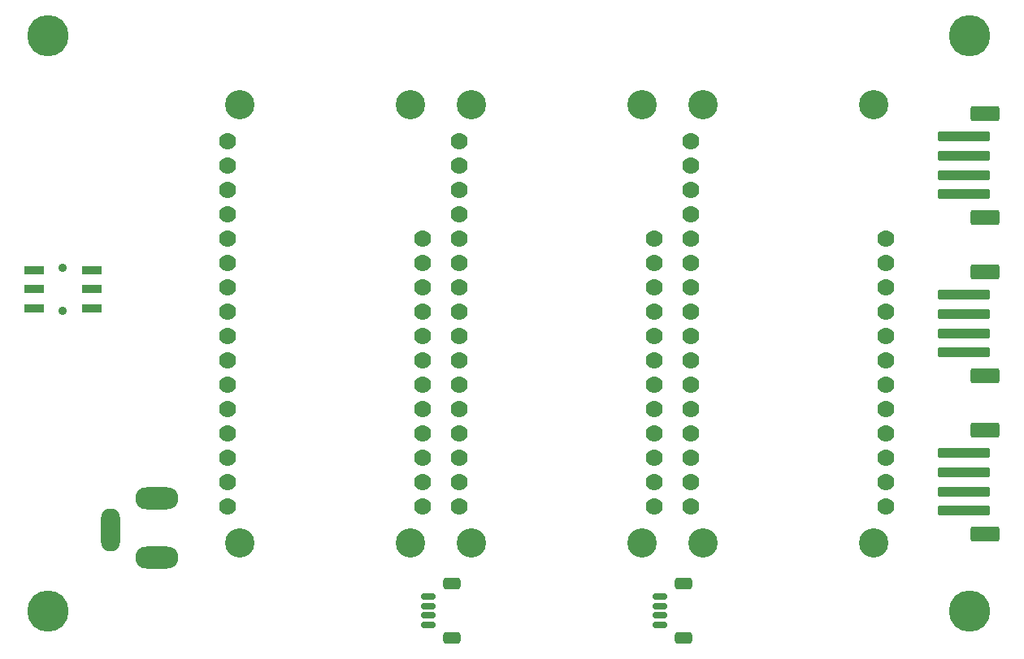
<source format=gbr>
%TF.GenerationSoftware,KiCad,Pcbnew,7.0.10-7.0.10~ubuntu22.04.1*%
%TF.CreationDate,2024-08-19T10:48:18-07:00*%
%TF.ProjectId,iorodeo_feather_tripler_enc1,696f726f-6465-46f5-9f66-656174686572,rev?*%
%TF.SameCoordinates,Original*%
%TF.FileFunction,Soldermask,Top*%
%TF.FilePolarity,Negative*%
%FSLAX46Y46*%
G04 Gerber Fmt 4.6, Leading zero omitted, Abs format (unit mm)*
G04 Created by KiCad (PCBNEW 7.0.10-7.0.10~ubuntu22.04.1) date 2024-08-19 10:48:18*
%MOMM*%
%LPD*%
G01*
G04 APERTURE LIST*
G04 Aperture macros list*
%AMRoundRect*
0 Rectangle with rounded corners*
0 $1 Rounding radius*
0 $2 $3 $4 $5 $6 $7 $8 $9 X,Y pos of 4 corners*
0 Add a 4 corners polygon primitive as box body*
4,1,4,$2,$3,$4,$5,$6,$7,$8,$9,$2,$3,0*
0 Add four circle primitives for the rounded corners*
1,1,$1+$1,$2,$3*
1,1,$1+$1,$4,$5*
1,1,$1+$1,$6,$7*
1,1,$1+$1,$8,$9*
0 Add four rect primitives between the rounded corners*
20,1,$1+$1,$2,$3,$4,$5,0*
20,1,$1+$1,$4,$5,$6,$7,0*
20,1,$1+$1,$6,$7,$8,$9,0*
20,1,$1+$1,$8,$9,$2,$3,0*%
G04 Aperture macros list end*
%ADD10RoundRect,0.250000X-2.500000X0.250000X-2.500000X-0.250000X2.500000X-0.250000X2.500000X0.250000X0*%
%ADD11RoundRect,0.250000X-1.250000X0.550000X-1.250000X-0.550000X1.250000X-0.550000X1.250000X0.550000X0*%
%ADD12C,0.900000*%
%ADD13R,2.000000X0.900000*%
%ADD14C,4.300000*%
%ADD15O,4.500000X2.300000*%
%ADD16O,2.000000X4.500000*%
%ADD17C,3.048000*%
%ADD18C,1.778000*%
%ADD19RoundRect,0.150000X-0.625000X0.150000X-0.625000X-0.150000X0.625000X-0.150000X0.625000X0.150000X0*%
%ADD20RoundRect,0.250000X-0.650000X0.350000X-0.650000X-0.350000X0.650000X-0.350000X0.650000X0.350000X0*%
G04 APERTURE END LIST*
D10*
%TO.C,J4*%
X146162000Y-94307400D03*
X146162000Y-96307400D03*
X146162000Y-98307400D03*
X146162000Y-100307400D03*
D11*
X148412000Y-102707400D03*
X148412000Y-91907400D03*
%TD*%
D10*
%TO.C,J3*%
X146162000Y-77797400D03*
X146162000Y-79797400D03*
X146162000Y-81797400D03*
X146162000Y-83797400D03*
D11*
X148412000Y-86197400D03*
X148412000Y-75397400D03*
%TD*%
D10*
%TO.C,J2*%
X146162000Y-61287400D03*
X146162000Y-63287400D03*
X146162000Y-65287400D03*
X146162000Y-67287400D03*
D11*
X148412000Y-69687400D03*
X148412000Y-58887400D03*
%TD*%
D12*
%TO.C,SW1*%
X52324000Y-79466000D03*
X52324000Y-74966000D03*
D13*
X49324000Y-79216000D03*
X49324000Y-77216000D03*
X49324000Y-75216000D03*
X55324000Y-79216000D03*
X55324000Y-77216000D03*
X55324000Y-75216000D03*
%TD*%
D14*
%TO.C,M2*%
X146812000Y-50800000D03*
%TD*%
D15*
%TO.C,J1*%
X62086300Y-105239700D03*
X62086300Y-99039700D03*
D16*
X57286300Y-102289700D03*
%TD*%
D17*
%TO.C,U1*%
X88519000Y-103657400D03*
X88519000Y-57937400D03*
X70739000Y-103657400D03*
X70739000Y-57937400D03*
D18*
X89789000Y-99847400D03*
X89789000Y-97307400D03*
X89789000Y-94767400D03*
X89789000Y-92227400D03*
X89789000Y-89687400D03*
X89789000Y-87147400D03*
X89789000Y-84607400D03*
X89789000Y-82067400D03*
X89789000Y-79527400D03*
X89789000Y-76987400D03*
X89789000Y-74447400D03*
X89789000Y-71907400D03*
X69469000Y-61747400D03*
X69469000Y-64287400D03*
X69469000Y-66827400D03*
X69469000Y-69367400D03*
X69469000Y-71907400D03*
X69469000Y-74447400D03*
X69469000Y-76987400D03*
X69469000Y-79527400D03*
X69469000Y-82067400D03*
X69469000Y-84607400D03*
X69469000Y-87147400D03*
X69469000Y-89687400D03*
X69469000Y-92227400D03*
X69469000Y-94767400D03*
X69469000Y-97307400D03*
X69469000Y-99847400D03*
%TD*%
D17*
%TO.C,U3*%
X136779000Y-103657400D03*
X136779000Y-57937400D03*
X118999000Y-103657400D03*
X118999000Y-57937400D03*
D18*
X138049000Y-99847400D03*
X138049000Y-97307400D03*
X138049000Y-94767400D03*
X138049000Y-92227400D03*
X138049000Y-89687400D03*
X138049000Y-87147400D03*
X138049000Y-84607400D03*
X138049000Y-82067400D03*
X138049000Y-79527400D03*
X138049000Y-76987400D03*
X138049000Y-74447400D03*
X138049000Y-71907400D03*
X117729000Y-61747400D03*
X117729000Y-64287400D03*
X117729000Y-66827400D03*
X117729000Y-69367400D03*
X117729000Y-71907400D03*
X117729000Y-74447400D03*
X117729000Y-76987400D03*
X117729000Y-79527400D03*
X117729000Y-82067400D03*
X117729000Y-84607400D03*
X117729000Y-87147400D03*
X117729000Y-89687400D03*
X117729000Y-92227400D03*
X117729000Y-94767400D03*
X117729000Y-97307400D03*
X117729000Y-99847400D03*
%TD*%
D17*
%TO.C,U2*%
X112649000Y-103657400D03*
X112649000Y-57937400D03*
X94869000Y-103657400D03*
X94869000Y-57937400D03*
D18*
X113919000Y-99847400D03*
X113919000Y-97307400D03*
X113919000Y-94767400D03*
X113919000Y-92227400D03*
X113919000Y-89687400D03*
X113919000Y-87147400D03*
X113919000Y-84607400D03*
X113919000Y-82067400D03*
X113919000Y-79527400D03*
X113919000Y-76987400D03*
X113919000Y-74447400D03*
X113919000Y-71907400D03*
X93599000Y-61747400D03*
X93599000Y-64287400D03*
X93599000Y-66827400D03*
X93599000Y-69367400D03*
X93599000Y-71907400D03*
X93599000Y-74447400D03*
X93599000Y-76987400D03*
X93599000Y-79527400D03*
X93599000Y-82067400D03*
X93599000Y-84607400D03*
X93599000Y-87147400D03*
X93599000Y-89687400D03*
X93599000Y-92227400D03*
X93599000Y-94767400D03*
X93599000Y-97307400D03*
X93599000Y-99847400D03*
%TD*%
D14*
%TO.C,M1*%
X50800000Y-50800000D03*
%TD*%
%TO.C,M3*%
X146812000Y-110794800D03*
%TD*%
%TO.C,M4*%
X50800000Y-110794800D03*
%TD*%
D19*
%TO.C,J5*%
X90369000Y-109244000D03*
X90369000Y-110244000D03*
X90369000Y-111244000D03*
X90369000Y-112244000D03*
D20*
X92894000Y-107944000D03*
X92894000Y-113544000D03*
%TD*%
D19*
%TO.C,J6*%
X114499000Y-109244000D03*
X114499000Y-110244000D03*
X114499000Y-111244000D03*
X114499000Y-112244000D03*
D20*
X117024000Y-107944000D03*
X117024000Y-113544000D03*
%TD*%
M02*

</source>
